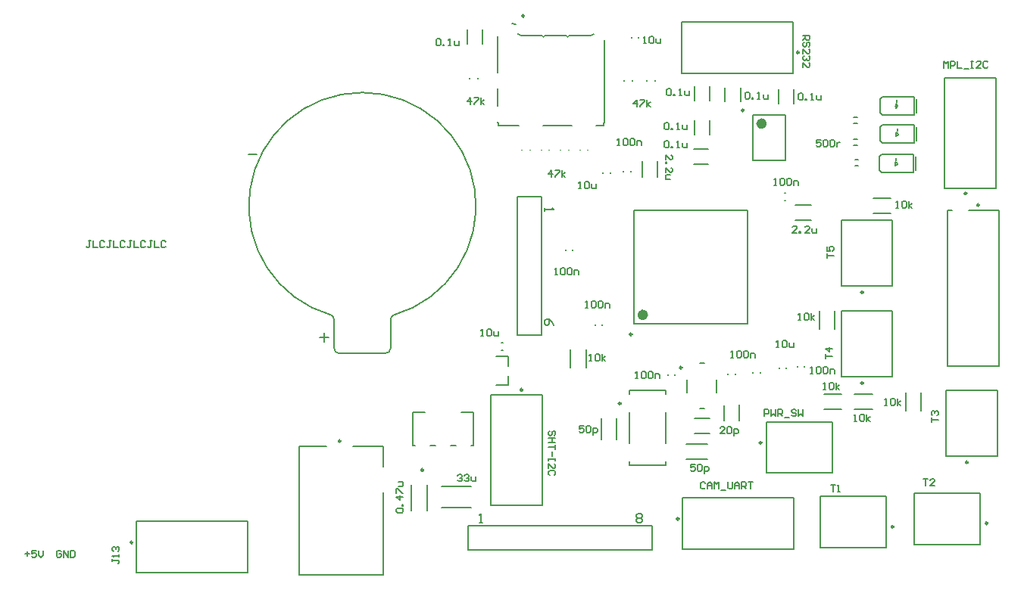
<source format=gto>
G04*
G04 #@! TF.GenerationSoftware,Altium Limited,Altium Designer,21.4.1 (30)*
G04*
G04 Layer_Color=65535*
%FSLAX25Y25*%
%MOIN*%
G70*
G04*
G04 #@! TF.SameCoordinates,5141BEB0-0B1F-41B6-A3F9-944F83B17515*
G04*
G04*
G04 #@! TF.FilePolarity,Positive*
G04*
G01*
G75*
%ADD10C,0.00500*%
%ADD11C,0.00984*%
%ADD12C,0.02362*%
%ADD13C,0.00787*%
%ADD14C,0.00600*%
%ADD15C,0.00700*%
D10*
X427000Y169823D02*
G03*
X429500Y172323I0J2500D01*
G01*
X404500D02*
G03*
X407000Y169823I2500J0D01*
G01*
X430949Y186816D02*
G03*
X429500Y184893I551J-1922D01*
G01*
X404500Y184893D02*
G03*
X403051Y186816I-2000J0D01*
G01*
X430782Y186767D02*
G03*
X403218Y186767I-13782J48063D01*
G01*
X429500Y172323D02*
Y184893D01*
X407000Y169823D02*
X427000D01*
X404500Y172323D02*
Y184893D01*
X366724Y257500D02*
X370661D01*
X400268Y174862D02*
Y178799D01*
X398299Y176831D02*
X402236D01*
X652000Y255000D02*
Y256000D01*
X651500Y252500D02*
Y253500D01*
Y252500D02*
X652400Y253400D01*
Y253500D01*
X651500Y254400D02*
X652400Y253500D01*
X651500D02*
Y254400D01*
X651400Y253500D02*
X651500D01*
X652500Y268000D02*
Y269000D01*
X652000Y265500D02*
Y266500D01*
Y265500D02*
X652900Y266400D01*
Y266500D01*
X652000Y267400D02*
X652900Y266500D01*
X652000D02*
Y267400D01*
X651900Y266500D02*
X652000D01*
X652260Y280500D02*
Y281500D01*
X651760Y278000D02*
Y279000D01*
Y278000D02*
X652660Y278900D01*
Y279000D01*
X651760Y279900D02*
X652660Y279000D01*
X651760D02*
Y279900D01*
X651660Y279000D02*
X651760D01*
X284499Y82499D02*
X283999Y82999D01*
X283000D01*
X282500Y82499D01*
Y80500D01*
X283000Y80000D01*
X283999D01*
X284499Y80500D01*
Y81499D01*
X283500D01*
X285499Y80000D02*
Y82999D01*
X287498Y80000D01*
Y82999D01*
X288498D02*
Y80000D01*
X289998D01*
X290497Y80500D01*
Y82499D01*
X289998Y82999D01*
X288498D01*
X449502Y308000D02*
X450001Y308500D01*
X451001D01*
X451501Y308000D01*
Y306000D01*
X451001Y305501D01*
X450001D01*
X449502Y306000D01*
Y308000D01*
X452501Y305501D02*
Y306000D01*
X453000D01*
Y305501D01*
X452501D01*
X455000D02*
X456000D01*
X455500D01*
Y308500D01*
X455000Y308000D01*
X457499Y307500D02*
Y306000D01*
X457999Y305501D01*
X459498D01*
Y307500D01*
X550002Y263000D02*
X550501Y263499D01*
X551501D01*
X552001Y263000D01*
Y261000D01*
X551501Y260501D01*
X550501D01*
X550002Y261000D01*
Y263000D01*
X553001Y260501D02*
Y261000D01*
X553501D01*
Y260501D01*
X553001D01*
X555500D02*
X556499D01*
X556000D01*
Y263499D01*
X555500Y263000D01*
X557999Y262500D02*
Y261000D01*
X558499Y260501D01*
X559998D01*
Y262500D01*
X550002Y271000D02*
X550501Y271499D01*
X551501D01*
X552001Y271000D01*
Y269000D01*
X551501Y268500D01*
X550501D01*
X550002Y269000D01*
Y271000D01*
X553001Y268500D02*
Y269000D01*
X553501D01*
Y268500D01*
X553001D01*
X555500D02*
X556499D01*
X556000D01*
Y271499D01*
X555500Y271000D01*
X557999Y270500D02*
Y269000D01*
X558499Y268500D01*
X559998D01*
Y270500D01*
X551002Y286000D02*
X551502Y286500D01*
X552501D01*
X553001Y286000D01*
Y284000D01*
X552501Y283501D01*
X551502D01*
X551002Y284000D01*
Y286000D01*
X554001Y283501D02*
Y284000D01*
X554500D01*
Y283501D01*
X554001D01*
X556500D02*
X557500D01*
X557000D01*
Y286500D01*
X556500Y286000D01*
X558999Y285500D02*
Y284000D01*
X559499Y283501D01*
X560998D01*
Y285500D01*
X672753Y295750D02*
Y298749D01*
X673753Y297750D01*
X674753Y298749D01*
Y295750D01*
X675752D02*
Y298749D01*
X677252D01*
X677751Y298250D01*
Y297250D01*
X677252Y296750D01*
X675752D01*
X678751Y298749D02*
Y295750D01*
X680751D01*
X681750Y295251D02*
X683750D01*
X684749Y298749D02*
X685749D01*
X685249D01*
Y295750D01*
X684749D01*
X685749D01*
X689248D02*
X687249D01*
X689248Y297750D01*
Y298250D01*
X688748Y298749D01*
X687748D01*
X687249Y298250D01*
X692247D02*
X691747Y298749D01*
X690747D01*
X690247Y298250D01*
Y296250D01*
X690747Y295750D01*
X691747D01*
X692247Y296250D01*
X618751Y264000D02*
X616752D01*
Y262500D01*
X617751Y263000D01*
X618251D01*
X618751Y262500D01*
Y261500D01*
X618251Y261000D01*
X617251D01*
X616752Y261500D01*
X619751Y263500D02*
X620251Y264000D01*
X621250D01*
X621750Y263500D01*
Y261500D01*
X621250Y261000D01*
X620251D01*
X619751Y261500D01*
Y263500D01*
X622750D02*
X623250Y264000D01*
X624249D01*
X624749Y263500D01*
Y261500D01*
X624249Y261000D01*
X623250D01*
X622750Y261500D01*
Y263500D01*
X625749Y263000D02*
Y261000D01*
Y262000D01*
X626249Y262500D01*
X626749Y263000D01*
X627248D01*
X652001Y234000D02*
X653001D01*
X652501D01*
Y237000D01*
X652001Y236500D01*
X654500D02*
X655000Y237000D01*
X656000D01*
X656500Y236500D01*
Y234500D01*
X656000Y234000D01*
X655000D01*
X654500Y234500D01*
Y236500D01*
X657499Y234000D02*
Y237000D01*
Y235000D02*
X658999Y236000D01*
X657499Y235000D02*
X658999Y234000D01*
X517001Y166500D02*
X518001D01*
X517501D01*
Y169500D01*
X517001Y169000D01*
X519500D02*
X520000Y169500D01*
X521000D01*
X521500Y169000D01*
Y167000D01*
X521000Y166500D01*
X520000D01*
X519500Y167000D01*
Y169000D01*
X522499Y166500D02*
Y169500D01*
Y167500D02*
X523999Y168500D01*
X522499Y167500D02*
X523999Y166500D01*
X609001Y184501D02*
X610001D01*
X609501D01*
Y187499D01*
X609001Y187000D01*
X611500D02*
X612000Y187499D01*
X613000D01*
X613500Y187000D01*
Y185000D01*
X613000Y184501D01*
X612000D01*
X611500Y185000D01*
Y187000D01*
X614499Y184501D02*
Y187499D01*
Y185500D02*
X615999Y186500D01*
X614499Y185500D02*
X615999Y184501D01*
X537751Y278501D02*
Y281500D01*
X536251Y280000D01*
X538251D01*
X539250Y281500D02*
X541250D01*
Y281000D01*
X539250Y279000D01*
Y278501D01*
X542249D02*
Y281500D01*
Y279500D02*
X543749Y280500D01*
X542249Y279500D02*
X543749Y278501D01*
X633501Y140000D02*
X634501D01*
X634001D01*
Y142999D01*
X633501Y142500D01*
X636000D02*
X636500Y142999D01*
X637500D01*
X638000Y142500D01*
Y140500D01*
X637500Y140000D01*
X636500D01*
X636000Y140500D01*
Y142500D01*
X638999Y140000D02*
Y142999D01*
Y141000D02*
X640499Y142000D01*
X638999Y141000D02*
X640499Y140000D01*
X500251Y247500D02*
Y250500D01*
X498751Y249000D01*
X500751D01*
X501750Y250500D02*
X503750D01*
Y250000D01*
X501750Y248000D01*
Y247500D01*
X504749D02*
Y250500D01*
Y248500D02*
X506249Y249500D01*
X504749Y248500D02*
X506249Y247500D01*
X620001Y154000D02*
X621001D01*
X620501D01*
Y157000D01*
X620001Y156500D01*
X622500D02*
X623000Y157000D01*
X624000D01*
X624500Y156500D01*
Y154500D01*
X624000Y154000D01*
X623000D01*
X622500Y154500D01*
Y156500D01*
X625499Y154000D02*
Y157000D01*
Y155000D02*
X626999Y156000D01*
X625499Y155000D02*
X626999Y154000D01*
X621500Y212001D02*
Y214000D01*
Y213000D01*
X624500D01*
X621500Y216999D02*
Y215000D01*
X623000D01*
X622500Y216000D01*
Y216499D01*
X623000Y216999D01*
X624000D01*
X624500Y216499D01*
Y215500D01*
X624000Y215000D01*
X621000Y167501D02*
Y169500D01*
Y168500D01*
X624000D01*
Y171999D02*
X621000D01*
X622500Y170500D01*
Y172499D01*
X667500Y139501D02*
Y141500D01*
Y140500D01*
X670500D01*
X668000Y142500D02*
X667500Y143000D01*
Y143999D01*
X668000Y144499D01*
X668500D01*
X669000Y143999D01*
Y143500D01*
Y143999D01*
X669500Y144499D01*
X670000D01*
X670500Y143999D01*
Y143000D01*
X670000Y142500D01*
X515252Y190000D02*
X516251D01*
X515752D01*
Y192999D01*
X515252Y192500D01*
X517751D02*
X518251Y192999D01*
X519250D01*
X519750Y192500D01*
Y190500D01*
X519250Y190000D01*
X518251D01*
X517751Y190500D01*
Y192500D01*
X520750D02*
X521250Y192999D01*
X522249D01*
X522749Y192500D01*
Y190500D01*
X522249Y190000D01*
X521250D01*
X520750Y190500D01*
Y192500D01*
X523749Y190000D02*
Y192000D01*
X525248D01*
X525748Y191500D01*
Y190000D01*
X529252Y261501D02*
X530251D01*
X529751D01*
Y264499D01*
X529252Y264000D01*
X531751D02*
X532251Y264499D01*
X533250D01*
X533750Y264000D01*
Y262000D01*
X533250Y261501D01*
X532251D01*
X531751Y262000D01*
Y264000D01*
X534750D02*
X535250Y264499D01*
X536249D01*
X536749Y264000D01*
Y262000D01*
X536249Y261501D01*
X535250D01*
X534750Y262000D01*
Y264000D01*
X537749Y261501D02*
Y263500D01*
X539249D01*
X539748Y263000D01*
Y261501D01*
X598252Y244001D02*
X599251D01*
X598751D01*
Y247000D01*
X598252Y246500D01*
X600751D02*
X601251Y247000D01*
X602250D01*
X602750Y246500D01*
Y244500D01*
X602250Y244001D01*
X601251D01*
X600751Y244500D01*
Y246500D01*
X603750D02*
X604250Y247000D01*
X605249D01*
X605749Y246500D01*
Y244500D01*
X605249Y244001D01*
X604250D01*
X603750Y244500D01*
Y246500D01*
X606749Y244001D02*
Y246000D01*
X608249D01*
X608748Y245500D01*
Y244001D01*
X512251Y242500D02*
X513251D01*
X512751D01*
Y245499D01*
X512251Y245000D01*
X514750D02*
X515250Y245499D01*
X516250D01*
X516750Y245000D01*
Y243000D01*
X516250Y242500D01*
X515250D01*
X514750Y243000D01*
Y245000D01*
X517749Y244500D02*
Y243000D01*
X518249Y242500D01*
X519749D01*
Y244500D01*
X599251Y172501D02*
X600251D01*
X599751D01*
Y175499D01*
X599251Y175000D01*
X601750D02*
X602250Y175499D01*
X603250D01*
X603750Y175000D01*
Y173000D01*
X603250Y172501D01*
X602250D01*
X601750Y173000D01*
Y175000D01*
X604749Y174500D02*
Y173000D01*
X605249Y172501D01*
X606749D01*
Y174500D01*
X563501Y120999D02*
X561501D01*
Y119500D01*
X562501Y120000D01*
X563001D01*
X563501Y119500D01*
Y118500D01*
X563001Y118000D01*
X562001D01*
X561501Y118500D01*
X564500Y120500D02*
X565000Y120999D01*
X566000D01*
X566500Y120500D01*
Y118500D01*
X566000Y118000D01*
X565000D01*
X564500Y118500D01*
Y120500D01*
X567499Y117001D02*
Y120000D01*
X568999D01*
X569499Y119500D01*
Y118500D01*
X568999Y118000D01*
X567499D01*
X514501Y137999D02*
X512501D01*
Y136500D01*
X513501Y137000D01*
X514001D01*
X514501Y136500D01*
Y135500D01*
X514001Y135000D01*
X513001D01*
X512501Y135500D01*
X515500Y137499D02*
X516000Y137999D01*
X517000D01*
X517500Y137499D01*
Y135500D01*
X517000Y135000D01*
X516000D01*
X515500Y135500D01*
Y137499D01*
X518499Y134001D02*
Y137000D01*
X519999D01*
X520499Y136500D01*
Y135500D01*
X519999Y135000D01*
X518499D01*
X576501Y134500D02*
X574501D01*
X576501Y136500D01*
Y136999D01*
X576001Y137499D01*
X575001D01*
X574501Y136999D01*
X577500D02*
X578000Y137499D01*
X579000D01*
X579500Y136999D01*
Y135000D01*
X579000Y134500D01*
X578000D01*
X577500Y135000D01*
Y136999D01*
X580499Y133501D02*
Y136500D01*
X581999D01*
X582499Y136000D01*
Y135000D01*
X581999Y134500D01*
X580499D01*
X550500Y255249D02*
Y257248D01*
X552500Y255249D01*
X553000D01*
X553500Y255749D01*
Y256749D01*
X553000Y257248D01*
X550500Y254249D02*
X551000D01*
Y253749D01*
X550500D01*
Y254249D01*
Y249751D02*
Y251750D01*
X552500Y249751D01*
X553000D01*
X553500Y250251D01*
Y251250D01*
X553000Y251750D01*
X552500Y248751D02*
X551000D01*
X550500Y248251D01*
Y246752D01*
X552500D01*
X608251Y223001D02*
X606252D01*
X608251Y225000D01*
Y225500D01*
X607751Y225999D01*
X606751D01*
X606252Y225500D01*
X609251Y223001D02*
Y223500D01*
X609751D01*
Y223001D01*
X609251D01*
X613749D02*
X611750D01*
X613749Y225000D01*
Y225500D01*
X613249Y225999D01*
X612250D01*
X611750Y225500D01*
X614749Y225000D02*
Y223500D01*
X615249Y223001D01*
X616748D01*
Y225000D01*
X501752Y204501D02*
X502751D01*
X502251D01*
Y207500D01*
X501752Y207000D01*
X504251D02*
X504751Y207500D01*
X505750D01*
X506250Y207000D01*
Y205000D01*
X505750Y204501D01*
X504751D01*
X504251Y205000D01*
Y207000D01*
X507250D02*
X507750Y207500D01*
X508749D01*
X509249Y207000D01*
Y205000D01*
X508749Y204501D01*
X507750D01*
X507250Y205000D01*
Y207000D01*
X510249Y204501D02*
Y206500D01*
X511749D01*
X512248Y206000D01*
Y204501D01*
X459001Y116000D02*
X459501Y116499D01*
X460501D01*
X461001Y116000D01*
Y115500D01*
X460501Y115000D01*
X460001D01*
X460501D01*
X461001Y114500D01*
Y114000D01*
X460501Y113500D01*
X459501D01*
X459001Y114000D01*
X462000Y116000D02*
X462500Y116499D01*
X463500D01*
X464000Y116000D01*
Y115500D01*
X463500Y115000D01*
X463000D01*
X463500D01*
X464000Y114500D01*
Y114000D01*
X463500Y113500D01*
X462500D01*
X462000Y114000D01*
X464999Y115500D02*
Y114000D01*
X465499Y113500D01*
X466999D01*
Y115500D01*
X469251Y177500D02*
X470251D01*
X469751D01*
Y180499D01*
X469251Y180000D01*
X471750D02*
X472250Y180499D01*
X473250D01*
X473750Y180000D01*
Y178000D01*
X473250Y177500D01*
X472250D01*
X471750Y178000D01*
Y180000D01*
X474749Y179500D02*
Y178000D01*
X475249Y177500D01*
X476749D01*
Y179500D01*
X647001Y147001D02*
X648001D01*
X647501D01*
Y149999D01*
X647001Y149500D01*
X649500D02*
X650000Y149999D01*
X651000D01*
X651500Y149500D01*
Y147500D01*
X651000Y147001D01*
X650000D01*
X649500Y147500D01*
Y149500D01*
X652499Y147001D02*
Y149999D01*
Y148000D02*
X653999Y149000D01*
X652499Y148000D02*
X653999Y147001D01*
X464570Y279501D02*
Y282500D01*
X463070Y281000D01*
X465069D01*
X466069Y282500D02*
X468069D01*
Y282000D01*
X466069Y280000D01*
Y279501D01*
X469068D02*
Y282500D01*
Y280500D02*
X470568Y281500D01*
X469068Y280500D02*
X470568Y279501D01*
X501500Y133747D02*
X502000Y134247D01*
Y135247D01*
X501500Y135747D01*
X501000D01*
X500500Y135247D01*
Y134247D01*
X500000Y133747D01*
X499500D01*
X499001Y134247D01*
Y135247D01*
X499500Y135747D01*
X502000Y132748D02*
X499001D01*
X500500D01*
Y130748D01*
X502000D01*
X499001D01*
X502000Y129749D02*
Y127749D01*
Y128749D01*
X499001D01*
X500500Y126750D02*
Y124750D01*
X502000Y123751D02*
Y122751D01*
Y123251D01*
X499001D01*
Y123751D01*
Y122751D01*
Y119252D02*
Y121251D01*
X501000Y119252D01*
X501500D01*
X502000Y119752D01*
Y120752D01*
X501500Y121251D01*
Y116253D02*
X502000Y116753D01*
Y117753D01*
X501500Y118253D01*
X499500D01*
X499001Y117753D01*
Y116753D01*
X499500Y116253D01*
X611000Y309998D02*
X614000D01*
Y308498D01*
X613500Y307998D01*
X612500D01*
X612000Y308498D01*
Y309998D01*
Y308998D02*
X611000Y307998D01*
X613500Y304999D02*
X614000Y305499D01*
Y306499D01*
X613500Y306999D01*
X613000D01*
X612500Y306499D01*
Y305499D01*
X612000Y304999D01*
X611500D01*
X611000Y305499D01*
Y306499D01*
X611500Y306999D01*
X611000Y302000D02*
Y304000D01*
X613000Y302000D01*
X613500D01*
X614000Y302500D01*
Y303500D01*
X613500Y304000D01*
Y301001D02*
X614000Y300501D01*
Y299501D01*
X613500Y299001D01*
X613000D01*
X612500Y299501D01*
Y300001D01*
Y299501D01*
X612000Y299001D01*
X611500D01*
X611000Y299501D01*
Y300501D01*
X611500Y301001D01*
X611000Y296002D02*
Y298002D01*
X613000Y296002D01*
X613500D01*
X614000Y296502D01*
Y297502D01*
X613500Y298002D01*
X579252Y168000D02*
X580251D01*
X579751D01*
Y171000D01*
X579252Y170500D01*
X581751D02*
X582251Y171000D01*
X583250D01*
X583750Y170500D01*
Y168500D01*
X583250Y168000D01*
X582251D01*
X581751Y168500D01*
Y170500D01*
X584750D02*
X585250Y171000D01*
X586249D01*
X586749Y170500D01*
Y168500D01*
X586249Y168000D01*
X585250D01*
X584750Y168500D01*
Y170500D01*
X587749Y168000D02*
Y170000D01*
X589249D01*
X589748Y169500D01*
Y168000D01*
X306951Y79098D02*
Y78098D01*
Y78598D01*
X309451D01*
X309950Y78098D01*
Y77599D01*
X309451Y77099D01*
X309950Y80098D02*
Y81098D01*
Y80598D01*
X306951D01*
X307451Y80098D01*
Y82597D02*
X306951Y83097D01*
Y84096D01*
X307451Y84596D01*
X307951D01*
X308451Y84096D01*
Y83597D01*
Y84096D01*
X308951Y84596D01*
X309451D01*
X309950Y84096D01*
Y83097D01*
X309451Y82597D01*
X585502Y284500D02*
X586001Y284999D01*
X587001D01*
X587501Y284500D01*
Y282500D01*
X587001Y282000D01*
X586001D01*
X585502Y282500D01*
Y284500D01*
X588501Y282000D02*
Y282500D01*
X589001D01*
Y282000D01*
X588501D01*
X591000D02*
X591999D01*
X591500D01*
Y284999D01*
X591000Y284500D01*
X593499Y284000D02*
Y282500D01*
X593999Y282000D01*
X595498D01*
Y284000D01*
X609002Y284000D02*
X609502Y284500D01*
X610501D01*
X611001Y284000D01*
Y282000D01*
X610501Y281501D01*
X609502D01*
X609002Y282000D01*
Y284000D01*
X612001Y281501D02*
Y282000D01*
X612500D01*
Y281501D01*
X612001D01*
X614500D02*
X615499D01*
X615000D01*
Y284500D01*
X614500Y284000D01*
X616999Y283500D02*
Y282000D01*
X617499Y281501D01*
X618998D01*
Y283500D01*
X537252Y158851D02*
X538251D01*
X537751D01*
Y161850D01*
X537252Y161350D01*
X539751D02*
X540251Y161850D01*
X541250D01*
X541750Y161350D01*
Y159351D01*
X541250Y158851D01*
X540251D01*
X539751Y159351D01*
Y161350D01*
X542750D02*
X543250Y161850D01*
X544249D01*
X544749Y161350D01*
Y159351D01*
X544249Y158851D01*
X543250D01*
X542750Y159351D01*
Y161350D01*
X545749Y158851D02*
Y160850D01*
X547249D01*
X547748Y160350D01*
Y158851D01*
X614252Y161001D02*
X615251D01*
X614751D01*
Y163999D01*
X614252Y163500D01*
X616751D02*
X617251Y163999D01*
X618250D01*
X618750Y163500D01*
Y161500D01*
X618250Y161001D01*
X617251D01*
X616751Y161500D01*
Y163500D01*
X619750D02*
X620250Y163999D01*
X621249D01*
X621749Y163500D01*
Y161500D01*
X621249Y161001D01*
X620250D01*
X619750Y161500D01*
Y163500D01*
X622749Y161001D02*
Y163000D01*
X624249D01*
X624748Y162500D01*
Y161001D01*
X540751Y306501D02*
X541751D01*
X541251D01*
Y309500D01*
X540751Y309000D01*
X543250D02*
X543750Y309500D01*
X544750D01*
X545250Y309000D01*
Y307000D01*
X544750Y306501D01*
X543750D01*
X543250Y307000D01*
Y309000D01*
X546249Y308500D02*
Y307000D01*
X546749Y306501D01*
X548249D01*
Y308500D01*
X432500Y99752D02*
X432000Y100252D01*
Y101252D01*
X432500Y101751D01*
X434500D01*
X435000Y101252D01*
Y100252D01*
X434500Y99752D01*
X432500D01*
X435000Y102751D02*
X434500D01*
Y103251D01*
X435000D01*
Y102751D01*
Y106750D02*
X432000D01*
X433500Y105250D01*
Y107250D01*
X432000Y108249D02*
Y110249D01*
X432500D01*
X434500Y108249D01*
X435000D01*
X433000Y111249D02*
X434500D01*
X435000Y111748D01*
Y113248D01*
X433000D01*
X268500Y81499D02*
X270499D01*
X269500Y82499D02*
Y80500D01*
X273498Y82999D02*
X271499D01*
Y81499D01*
X272499Y81999D01*
X272998D01*
X273498Y81499D01*
Y80500D01*
X272998Y80000D01*
X271999D01*
X271499Y80500D01*
X274498Y82999D02*
Y81000D01*
X275498Y80000D01*
X276497Y81000D01*
Y82999D01*
X297499Y219499D02*
X296500D01*
X297000D01*
Y217000D01*
X296500Y216500D01*
X296000D01*
X295500Y217000D01*
X298499Y219499D02*
Y216500D01*
X300498D01*
X303497Y218999D02*
X302998Y219499D01*
X301998D01*
X301498Y218999D01*
Y217000D01*
X301998Y216500D01*
X302998D01*
X303497Y217000D01*
X306496Y219499D02*
X305497D01*
X305997D01*
Y217000D01*
X305497Y216500D01*
X304997D01*
X304497Y217000D01*
X307496Y219499D02*
Y216500D01*
X309495D01*
X312494Y218999D02*
X311995Y219499D01*
X310995D01*
X310495Y218999D01*
Y217000D01*
X310995Y216500D01*
X311995D01*
X312494Y217000D01*
X315493Y219499D02*
X314494D01*
X314994D01*
Y217000D01*
X314494Y216500D01*
X313994D01*
X313494Y217000D01*
X316493Y219499D02*
Y216500D01*
X318493D01*
X321492Y218999D02*
X320992Y219499D01*
X319992D01*
X319492Y218999D01*
Y217000D01*
X319992Y216500D01*
X320992D01*
X321492Y217000D01*
X324491Y219499D02*
X323491D01*
X323991D01*
Y217000D01*
X323491Y216500D01*
X322991D01*
X322491Y217000D01*
X325490Y219499D02*
Y216500D01*
X327490D01*
X330489Y218999D02*
X329989Y219499D01*
X328989D01*
X328489Y218999D01*
Y217000D01*
X328989Y216500D01*
X329989D01*
X330489Y217000D01*
X568003Y112750D02*
X567503Y113249D01*
X566504D01*
X566004Y112750D01*
Y110750D01*
X566504Y110250D01*
X567503D01*
X568003Y110750D01*
X569003Y110250D02*
Y112250D01*
X570002Y113249D01*
X571002Y112250D01*
Y110250D01*
Y111750D01*
X569003D01*
X572002Y110250D02*
Y113249D01*
X573001Y112250D01*
X574001Y113249D01*
Y110250D01*
X575001Y109751D02*
X577000D01*
X578000Y113249D02*
Y110750D01*
X578500Y110250D01*
X579499D01*
X579999Y110750D01*
Y113249D01*
X580999Y110250D02*
Y112250D01*
X581998Y113249D01*
X582998Y112250D01*
Y110250D01*
Y111750D01*
X580999D01*
X583998Y110250D02*
Y113249D01*
X585497D01*
X585997Y112750D01*
Y111750D01*
X585497Y111250D01*
X583998D01*
X584998D02*
X585997Y110250D01*
X586997Y113249D02*
X588996D01*
X587997D01*
Y110250D01*
X594003Y142250D02*
Y145249D01*
X595502D01*
X596002Y144750D01*
Y143750D01*
X595502Y143250D01*
X594003D01*
X597002Y145249D02*
Y142250D01*
X598001Y143250D01*
X599001Y142250D01*
Y145249D01*
X600001Y142250D02*
Y145249D01*
X601500D01*
X602000Y144750D01*
Y143750D01*
X601500Y143250D01*
X600001D01*
X601000D02*
X602000Y142250D01*
X603000Y141751D02*
X604999D01*
X607998Y144750D02*
X607498Y145249D01*
X606499D01*
X605999Y144750D01*
Y144250D01*
X606499Y143750D01*
X607498D01*
X607998Y143250D01*
Y142750D01*
X607498Y142250D01*
X606499D01*
X605999Y142750D01*
X608998Y145249D02*
Y142250D01*
X609998Y143250D01*
X610997Y142250D01*
Y145249D01*
X664001Y114499D02*
X666000D01*
X665000D01*
Y111501D01*
X668999D02*
X667000D01*
X668999Y113500D01*
Y114000D01*
X668499Y114499D01*
X667500D01*
X667000Y114000D01*
X623079Y112066D02*
X625079D01*
X624079D01*
Y109067D01*
X626078D02*
X627078D01*
X626578D01*
Y112066D01*
X626078Y111567D01*
D11*
X535650Y178248D02*
G03*
X535650Y178248I-492J0D01*
G01*
X488238Y318640D02*
G03*
X488238Y318640I-492J0D01*
G01*
X584878Y277008D02*
G03*
X584878Y277008I-492J0D01*
G01*
X682925Y240425D02*
G03*
X682925Y240425I-492J0D01*
G01*
X315917Y86567D02*
G03*
X315917Y86567I-492J0D01*
G01*
X443839Y118488D02*
G03*
X443839Y118488I-492J0D01*
G01*
X407492Y131240D02*
G03*
X407492Y131240I-492J0D01*
G01*
X650795Y93500D02*
G03*
X650795Y93500I-492J0D01*
G01*
X692138Y95000D02*
G03*
X692138Y95000I-492J0D01*
G01*
X688492Y235193D02*
G03*
X688492Y235193I-492J0D01*
G01*
X683492Y121854D02*
G03*
X683492Y121854I-492J0D01*
G01*
X592689Y130500D02*
G03*
X592689Y130500I-492J0D01*
G01*
X637425Y156776D02*
G03*
X637425Y156776I-492J0D01*
G01*
Y196776D02*
G03*
X637425Y196776I-492J0D01*
G01*
X557642Y163571D02*
G03*
X557642Y163571I-492J0D01*
G01*
X530787Y147827D02*
G03*
X530787Y147827I-492J0D01*
G01*
X609146Y302500D02*
G03*
X609146Y302500I-492J0D01*
G01*
X556339Y97000D02*
G03*
X556339Y97000I-492J0D01*
G01*
X487492Y153839D02*
G03*
X487492Y153839I-492J0D01*
G01*
D12*
X541555Y186811D02*
G03*
X541555Y186811I-1181J0D01*
G01*
X593835Y271102D02*
G03*
X593835Y271102I-1181J0D01*
G01*
D13*
X496308Y309782D02*
G03*
X496702Y309388I394J0D01*
G01*
X507332D02*
G03*
X507725Y309782I0J394D01*
G01*
X484497Y314751D02*
G03*
X483140Y315293I-1357J-1426D01*
G01*
X506938Y309782D02*
G03*
X507332Y309388I394J0D01*
G01*
X496702D02*
G03*
X497095Y309782I0J394D01*
G01*
X485464Y310621D02*
G03*
X487077Y309782I1612J1129D01*
G01*
X517234D02*
G03*
X518806Y310565I0J1969D01*
G01*
X538575Y308803D02*
Y309197D01*
X535425Y308803D02*
Y309197D01*
X516272Y259555D02*
Y259752D01*
X512728Y259555D02*
Y259752D01*
X499272Y259555D02*
Y259752D01*
X495728Y259555D02*
Y259752D01*
X546748Y247693D02*
Y254583D01*
X540252Y247693D02*
Y254583D01*
X536437Y182874D02*
X586437D01*
X536437Y232874D02*
X586437D01*
X536437Y182874D02*
Y232874D01*
X586437Y182874D02*
Y232874D01*
X562850Y253153D02*
X569150D01*
X562850Y259846D02*
X569150D01*
X569846Y266350D02*
Y272650D01*
X563154Y266350D02*
Y272650D01*
X569846Y281350D02*
Y287650D01*
X563154Y281350D02*
Y287650D01*
X497095Y309782D02*
X506938D01*
X519971Y270411D02*
X521033D01*
X476919D02*
Y271671D01*
X476447D02*
X476919D01*
Y270411D02*
X477648D01*
X496466D02*
X509340D01*
X523022D02*
Y271671D01*
X523494D02*
Y307813D01*
X521033Y270411D02*
X523022D01*
X477648D02*
X485837D01*
X476447Y271671D02*
Y271986D01*
X507725Y309782D02*
X517234D01*
X523022Y271671D02*
X523494D01*
X487077Y309782D02*
X496308D01*
X476447Y279073D02*
Y286553D01*
X476471Y293640D02*
Y309585D01*
X482687Y315293D02*
X483140D01*
X535772Y289902D02*
Y290098D01*
X532228Y289902D02*
Y290098D01*
X545772Y289902D02*
Y290098D01*
X542228Y289902D02*
Y290098D01*
X490772Y259555D02*
Y259752D01*
X487228Y259555D02*
Y259752D01*
X507772Y259555D02*
Y259752D01*
X504228Y259555D02*
Y259752D01*
X467772Y290902D02*
Y291098D01*
X464228Y290902D02*
Y291098D01*
X463154Y306350D02*
Y312650D01*
X469846Y306350D02*
Y312650D01*
X606847Y279850D02*
Y286150D01*
X600153Y279850D02*
Y286150D01*
X583347Y280791D02*
Y287090D01*
X576653Y280791D02*
Y287090D01*
X588717Y254961D02*
X603284D01*
X588717Y275039D02*
X603284D01*
Y254961D02*
Y275039D01*
X588717Y254961D02*
Y275039D01*
X608425Y163803D02*
Y164197D01*
X611575Y163803D02*
Y164197D01*
X551425Y160153D02*
Y160547D01*
X554575Y160153D02*
Y160547D01*
X695819Y242590D02*
Y291409D01*
X673181Y242590D02*
X695819D01*
X673181D02*
Y291409D01*
X695819D01*
X317590Y73181D02*
X366409D01*
X317590D02*
Y95819D01*
X366409D01*
Y73181D02*
Y95819D01*
X463410Y83205D02*
X544591D01*
X463410D02*
Y93795D01*
X544591D01*
Y83205D02*
Y93795D01*
X485205Y177909D02*
X495795D01*
Y239090D01*
X485205D02*
X495795D01*
X485205Y177909D02*
Y239090D01*
X439311Y129217D02*
X440098D01*
X446791D02*
X449154D01*
X455847D02*
X458209D01*
X464902D02*
X465689D01*
Y143783D01*
X439311D02*
X444626D01*
X460374D02*
X465689D01*
X439311Y129217D02*
Y143783D01*
X412709Y128878D02*
X426291D01*
Y120020D02*
Y128878D01*
Y72185D02*
Y108602D01*
X389283Y128878D02*
X401291D01*
X389283Y72185D02*
X426291D01*
X389283D02*
Y128878D01*
X445567Y100710D02*
Y111781D01*
X438433Y100710D02*
Y111781D01*
X451992Y101862D02*
X465008D01*
X451992Y111138D02*
X465008D01*
X620039Y151847D02*
X627961D01*
X620039Y145153D02*
X627961D01*
X647646Y84248D02*
Y106886D01*
X618512D02*
X647646D01*
X618512Y84248D02*
Y106886D01*
Y84248D02*
X647646D01*
X478303Y174575D02*
X478697D01*
X478303Y171425D02*
X478697D01*
X633539Y151847D02*
X641461D01*
X633539Y145153D02*
X641461D01*
X688988Y85748D02*
Y108386D01*
X659854D02*
X688988D01*
X659854Y85748D02*
Y108386D01*
Y85748D02*
X688988D01*
X674614Y164327D02*
X697252D01*
Y232831D01*
X674614D02*
X676484D01*
X683768D02*
X697252D01*
X674614Y164327D02*
Y232831D01*
X588925Y161303D02*
Y161697D01*
X592075Y161303D02*
Y161697D01*
X577925Y160653D02*
Y161047D01*
X581075Y160653D02*
Y161047D01*
X522575Y182153D02*
Y182547D01*
X519425Y182153D02*
Y182547D01*
X535075Y249803D02*
Y250197D01*
X531925Y249803D02*
Y250197D01*
X602803Y237425D02*
X603197D01*
X602803Y240575D02*
X603197D01*
X526075Y249303D02*
Y249697D01*
X522925Y249303D02*
Y249697D01*
X600425Y163303D02*
Y163697D01*
X603575Y163303D02*
Y163697D01*
X656153Y144539D02*
Y152461D01*
X662847Y144539D02*
Y152461D01*
X673748Y124512D02*
X696386D01*
Y153646D01*
X673748D02*
X696386D01*
X673748Y124512D02*
Y153646D01*
X594854Y117114D02*
Y139752D01*
Y117114D02*
X623988D01*
Y139752D01*
X594854D02*
X623988D01*
X618153Y180703D02*
Y188625D01*
X624847Y180703D02*
Y188625D01*
X627681Y159433D02*
X650319D01*
Y188567D01*
X627681D02*
X650319D01*
X627681Y159433D02*
Y188567D01*
X641703Y231653D02*
X649625D01*
X641703Y238347D02*
X649625D01*
X515346Y163539D02*
Y171461D01*
X508653Y163539D02*
Y171461D01*
X627681Y199433D02*
X650319D01*
Y228567D01*
X627681D02*
X650319D01*
X627681Y199433D02*
Y228567D01*
X509575Y215303D02*
Y215697D01*
X506425Y215303D02*
Y215697D01*
X607555Y228752D02*
X614445D01*
X607555Y235248D02*
X614445D01*
X565614Y165539D02*
X567386D01*
X560004Y152646D02*
Y158354D01*
X565614Y145461D02*
X567386D01*
X572996Y152646D02*
Y158354D01*
X582858Y140214D02*
Y147104D01*
X576154Y140193D02*
Y147083D01*
X563034Y141358D02*
X569924D01*
X563055Y134653D02*
X569945D01*
X534626Y153535D02*
X550374D01*
X534626Y120465D02*
Y122138D01*
Y130209D02*
Y143791D01*
Y151862D02*
Y153535D01*
Y120465D02*
X550374D01*
Y122138D01*
Y130209D02*
Y143791D01*
Y151862D02*
Y153535D01*
X559389Y129870D02*
X568886D01*
X559389Y123130D02*
X568886D01*
X528870Y131889D02*
Y141386D01*
X522130Y131889D02*
Y141386D01*
X557669Y293248D02*
Y315886D01*
Y293248D02*
X606488D01*
Y315886D01*
X557669D02*
X606488D01*
X633713Y255378D02*
X635287D01*
X633713Y252622D02*
X635287D01*
X633213Y264378D02*
X634787D01*
X633213Y261622D02*
X634787D01*
X606831Y83614D02*
Y106252D01*
X558012D02*
X606831D01*
X558012Y83614D02*
Y106252D01*
Y83614D02*
X606831D01*
X473614Y102854D02*
X496252D01*
Y151673D01*
X473614D02*
X496252D01*
X473614Y102854D02*
Y151673D01*
X633260Y273878D02*
X634835D01*
X633260Y271122D02*
X634835D01*
D14*
X475869Y168450D02*
X481037D01*
Y164282D02*
Y168450D01*
X475869Y156069D02*
X481037D01*
Y160041D01*
X468528Y95193D02*
X469861D01*
X469194D01*
Y99192D01*
X468528Y98525D01*
X537504D02*
X538170Y99192D01*
X539503D01*
X540170Y98525D01*
Y97859D01*
X539503Y97192D01*
X540170Y96526D01*
Y95859D01*
X539503Y95193D01*
X538170D01*
X537504Y95859D01*
Y96526D01*
X538170Y97192D01*
X537504Y97859D01*
Y98525D01*
X538170Y97192D02*
X539503D01*
X501192Y182330D02*
X500525Y183663D01*
X499192Y184996D01*
X497859D01*
X497193Y184330D01*
Y182997D01*
X497859Y182330D01*
X498526D01*
X499192Y182997D01*
Y184996D01*
X497193Y233972D02*
Y232640D01*
Y233306D01*
X501192D01*
X500525Y233972D01*
D15*
X645500Y249500D02*
X658500D01*
X645500Y257500D02*
X658500D01*
X659500D01*
Y249500D02*
Y257500D01*
X658500Y249500D02*
X659500D01*
X644500Y256500D02*
X645500Y257500D01*
X644500Y250500D02*
Y256500D01*
Y250500D02*
X645500Y249500D01*
X660500Y250500D02*
Y256500D01*
X646000Y262500D02*
X659000D01*
X646000Y270500D02*
X659000D01*
X660000D01*
Y262500D02*
Y270500D01*
X659000Y262500D02*
X660000D01*
X645000Y269500D02*
X646000Y270500D01*
X645000Y263500D02*
Y269500D01*
Y263500D02*
X646000Y262500D01*
X661000Y263500D02*
Y269500D01*
X645760Y275000D02*
X658760D01*
X645760Y283000D02*
X658760D01*
X659760D01*
Y275000D02*
Y283000D01*
X658760Y275000D02*
X659760D01*
X644760Y282000D02*
X645760Y283000D01*
X644760Y276000D02*
Y282000D01*
Y276000D02*
X645760Y275000D01*
X660760Y276000D02*
Y282000D01*
M02*

</source>
